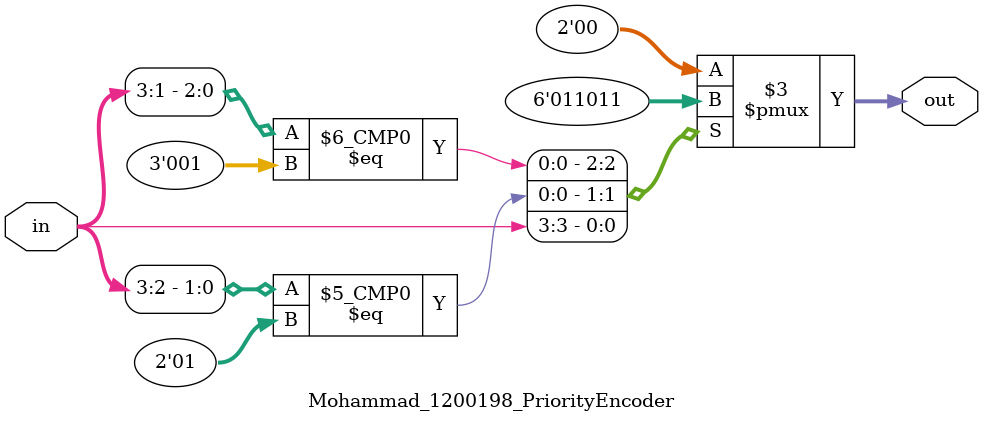
<source format=v>
module Mohammad_1200198_21mux (out, A, B, sel);
	input A, B, sel;
	output out;
	assign out = (sel)? B: A;
endmodule

module Mohammad_1200198_7SEG (out, in);
	input [1:0] in;
	output reg [6:0] out;
	always @(*) begin
		case(in)
			0:out = 7'b0000001;
			1:out = 7'b1001111;
			2:out = 7'b0010010;
			3:out = 7'b0000110; 
			/*
			5:out = 7'b0100100;
			6:out = 7'b0100000;
			7:out = 7'b0001111;
			8:out = 7'b0000000;
			9:out = 7'b0000110;
			*/
		endcase
	end
endmodule

module Mohammad_1200198_Comparator (out_first, out_second, in_first, in_second); // 1200198 % 100 = 98
	input [6:0] in_first, in_second;
	output out_first, out_second;
	assign out_first = (in_first == 7'b0010010)? 1 : 0; // first-digit
	assign out_second = (in_second == 7'b0000110)? 1: 0; // second-digit
endmodule

module Mohammad_1200198_DFF (D, CLK, Q);
	input D;
	input CLK;
	output reg Q;
	always @(posedge CLK) begin
		Q  <= D;  // (<=) is a non-blocking assignment used for sequential logic
	end
endmodule
	
module Mohammad_1200198_PriorityEncoder (out, in);
	input [3:0] in;
	output reg [1:0] out;
	always @(*) begin
		casex(in)
			4'b0001: out = 2'b00;
			4'b001x: out = 2'b01;
			4'b01xx: out = 2'b10;
			4'b1xxx: out = 2'b11;
			default: out = 2'b00;
		endcase
	end
endmodule


</source>
